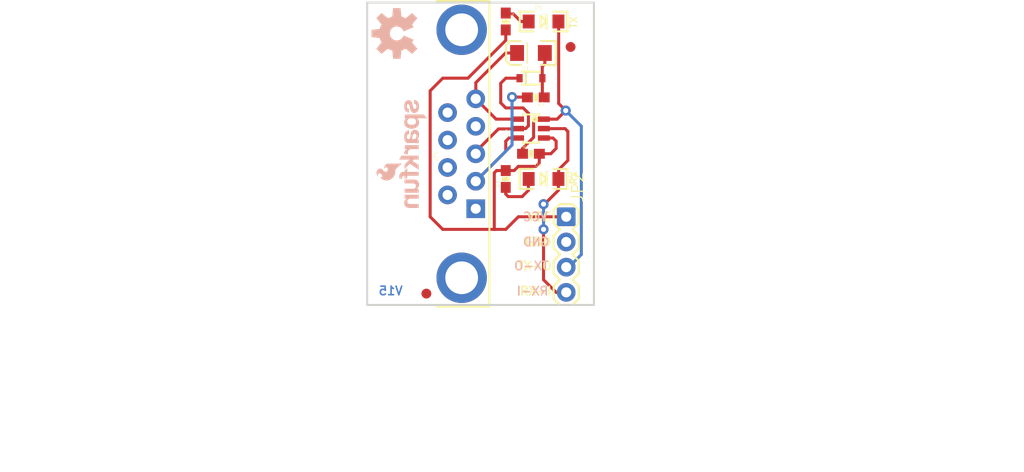
<source format=kicad_pcb>
(kicad_pcb (version 20211014) (generator pcbnew)
  (layers (0 "F.Cu" signal) (31 "B.Cu" signal) (34 "B.Paste" user) (35 "F.Paste" user) (36 "B.SilkS" user "B.Silkscreen") (37 "F.SilkS" user "F.Silkscreen") (38 "B.Mask" user) (39 "F.Mask" user) (44 "Edge.Cuts" user))
  (net 0 "")
  (net 1 "GND")
  (net 2 "VCC")
  (net 3 "N$1")
  (net 4 "N$2")
  (net 5 "RX")
  (net 6 "TX")
  (net 7 "N$4")
  (net 8 "RS-OUT")
  (net 9 "RS-IN")
  (footprint "boardEagle:LED-1206" (layer "F.Cu") (at 154.8511 91.6686)
    (fp_text reference "D5" (at -0.889 -1.397) (layer "F.SilkS") (effects (font (size 0.376489 0.376489) (thickness 0.029911)) (justify left)))
    (fp_text value "Grn")
    (fp_line (start -1 -1) (end -2.4 -1) (layer "F.SilkS") (width 0.2032))
    (fp_line (start -0.3 0.6) (end 0.3 0) (layer "F.SilkS") (width 0.2032))
    (fp_line (start -2.4 1) (end -1 1) (layer "F.SilkS") (width 0.2032))
    (fp_line (start -0.3 -0.6) (end -0.3 0.6) (layer "F.SilkS") (width 0.2032))
    (fp_line (start 1 -1) (end 2.4 -1) (layer "F.SilkS") (width 0.2032))
    (fp_line (start 0.3 0) (end -0.3 -0.6) (layer "F.SilkS") (width 0.2032))
    (fp_line (start -2.4 -1) (end -2.4 1) (layer "F.SilkS") (width 0.2032))
    (fp_line (start 2.4 1) (end 1 1) (layer "F.SilkS") (width 0.2032))
    (fp_line (start 0.3 0) (end 0.3 0.7) (layer "F.SilkS") (width 0.2032))
    (fp_line (start 2.4 -1) (end 2.4 1) (layer "F.SilkS") (width 0.2032))
    (fp_line (start 0.3 -0.7) (end 0.3 0) (layer "F.SilkS") (width 0.2032))
    (pad "A" smd rect (at -1.5 0) (size 1.2 1.4) (layers "F.Cu" "F.Paste" "F.Mask") (net 4 "N$2"))
    (pad "C" smd rect (at 1.5 0) (size 1.2 1.4) (layers "F.Cu" "F.Paste" "F.Mask") (net 6 "TX"))
  )
  (footprint "boardEagle:SOT23-6" (layer "F.Cu") (at 153.5811 102.4636 90)
    (fp_text reference "U2" (at -0.8255 -2.159 90) (layer "F.SilkS") (effects (font (size 0.373888 0.373888) (thickness 0.032512)) (justify left bottom)))
    (fp_text value "XN04312")
    (fp_line (start -1.4224 -0.8104) (end -1.3276 -0.8104) (layer "F.SilkS") (width 0.2032))
    (fp_line (start 1.3276 -0.8104) (end 1.4224 -0.8104) (layer "F.SilkS") (width 0.2032))
    (fp_line (start -1.3276 0.8104) (end -1.4224 0.8104) (layer "F.SilkS") (width 0.2032))
    (fp_line (start 1.4224 0.8104) (end 1.3276 0.8104) (layer "F.SilkS") (width 0.2032))
    (fp_line (start -1.4224 0.8104) (end -1.4224 -0.8104) (layer "F.SilkS") (width 0.2032))
    (fp_line (start 1.4224 -0.8104) (end 1.4224 0.8104) (layer "F.SilkS") (width 0.2032))
    (fp_circle (center 0.9398 0.381) (end 0.9757 0.381) (layer "F.SilkS") (width 0.3048) (fill none))
    (pad "1" smd rect (at 0.95 1.3001 90) (size 0.55 1.2) (layers "F.Cu" "F.Paste" "F.Mask") (net 6 "TX"))
    (pad "2" smd rect (at 0 1.3001 90) (size 0.55 1.2) (layers "F.Cu" "F.Paste" "F.Mask") (net 5 "RX"))
    (pad "3" smd rect (at -0.95 1.3001 90) (size 0.55 1.2) (layers "F.Cu" "F.Paste" "F.Mask") (net 2 "VCC"))
    (pad "4" smd rect (at -0.95 -1.3001 90) (size 0.55 1.2) (layers "F.Cu" "F.Paste" "F.Mask") (net 8 "RS-OUT"))
    (pad "5" smd rect (at 0 -1.3001 270) (size 0.55 1.2) (layers "F.Cu" "F.Paste" "F.Mask") (net 9 "RS-IN"))
    (pad "6" smd rect (at 0.95 -1.3001 90) (size 0.55 1.2) (layers "F.Cu" "F.Paste" "F.Mask") (net 1 "GND"))
  )
  (footprint "boardEagle:LED-1206" (layer "F.Cu") (at 154.8511 107.5436)
    (fp_text reference "D4" (at -0.889 -1.397) (layer "F.SilkS") (effects (font (size 0.376489 0.376489) (thickness 0.029911)) (justify left)))
    (fp_text value "Red")
    (fp_line (start 0.3 -0.7) (end 0.3 0) (layer "F.SilkS") (width 0.2032))
    (fp_line (start 2.4 1) (end 1 1) (layer "F.SilkS") (width 0.2032))
    (fp_line (start -1 -1) (end -2.4 -1) (layer "F.SilkS") (width 0.2032))
    (fp_line (start 1 -1) (end 2.4 -1) (layer "F.SilkS") (width 0.2032))
    (fp_line (start -2.4 1) (end -1 1) (layer "F.SilkS") (width 0.2032))
    (fp_line (start 2.4 -1) (end 2.4 1) (layer "F.SilkS") (width 0.2032))
    (fp_line (start 0.3 0) (end 0.3 0.7) (layer "F.SilkS") (width 0.2032))
    (fp_line (start -2.4 -1) (end -2.4 1) (layer "F.SilkS") (width 0.2032))
    (fp_line (start 0.3 0) (end -0.3 -0.6) (layer "F.SilkS") (width 0.2032))
    (fp_line (start -0.3 0.6) (end 0.3 0) (layer "F.SilkS") (width 0.2032))
    (fp_line (start -0.3 -0.6) (end -0.3 0.6) (layer "F.SilkS") (width 0.2032))
    (pad "A" smd rect (at -1.5 0) (size 1.2 1.4) (layers "F.Cu" "F.Paste" "F.Mask") (net 3 "N$1"))
    (pad "C" smd rect (at 1.5 0) (size 1.2 1.4) (layers "F.Cu" "F.Paste" "F.Mask") (net 5 "RX"))
  )
  (footprint "boardEagle:DB9" (layer "F.Cu") (at 146.5961 105.0036 90)
    (fp_text reference "JP1" (at -0.795 -2.62 90) (layer "F.SilkS") (effects (font (size 0.369824 0.369824) (thickness 0.036576)) (justify left)))
    (fp_text value "DB9")
    (fp_line (start -15.4 2.8) (end 15.4 2.8) (layer "F.SilkS") (width 0.2032))
    (fp_line (start 15.4 2.8) (end 15.4 -2.54) (layer "F.SilkS") (width 0.2032))
    (fp_line (start -15.4 2.8) (end -15.4 -2.54) (layer "F.SilkS") (width 0.2032))
    (pad "1" thru_hole rect (at -5.54 1.42 90) (size 1.8796 1.8796) (drill 1.016) (layers *.Cu *.Mask))
    (pad "2" thru_hole circle (at -2.77 1.42 90) (size 1.8796 1.8796) (drill 1.016) (layers *.Cu *.Mask) (net 8 "RS-OUT"))
    (pad "3" thru_hole circle (at 0 1.42 90) (size 1.8796 1.8796) (drill 1.016) (layers *.Cu *.Mask) (net 9 "RS-IN"))
    (pad "4" thru_hole circle (at 2.77 1.42 90) (size 1.8796 1.8796) (drill 1.016) (layers *.Cu *.Mask))
    (pad "5" thru_hole circle (at 5.54 1.42 90) (size 1.8796 1.8796) (drill 1.016) (layers *.Cu *.Mask) (net 1 "GND"))
    (pad "6" thru_hole circle (at -4.15 -1.42 90) (size 1.8796 1.8796) (drill 1.016) (layers *.Cu *.Mask))
    (pad "7" thru_hole circle (at -1.38 -1.42 90) (size 1.8796 1.8796) (drill 1.016) (layers *.Cu *.Mask))
    (pad "8" thru_hole circle (at 1.38 -1.42 90) (size 1.8796 1.8796) (drill 1.016) (layers *.Cu *.Mask))
    (pad "9" thru_hole circle (at 4.15 -1.42 90) (size 1.8796 1.8796) (drill 1.016) (layers *.Cu *.Mask))
    (pad "G1" thru_hole circle (at -12.5 0 90) (size 5.08 5.08) (drill 3.302) (layers *.Cu *.Mask))
    (pad "G2" thru_hole circle (at 12.5 0 90) (size 5.08 5.08) (drill 3.302) (layers *.Cu *.Mask))
  )
  (footprint "boardEagle:FIDUCIAL-1X2" (layer "F.Cu") (at 157.576518 94.236541)
    (fp_text reference "E$2" hide)
    (fp_text value "FIDUCIAL1X2" hide)
    (pad "1" smd roundrect (at 0 0) (size 1 1) (layers "F.Cu" "F.Mask") (roundrect_rratio 0.5))
  )
  (footprint "boardEagle:CREATIVE_COMMONS" (layer "F.Cu") (at 120.378044 134.2136)
    (fp_text reference "FRAME1" hide)
    (fp_text value "" hide)
  )
  (footprint "boardEagle:1X04" (layer "F.Cu") (at 157.1371 111.3536 -90)
    (fp_text reference "JP2" (at -1.3462 -1.8288 -90) (layer "F.SilkS") (effects (font (size 1.143 1.143) (thickness 0.127)) (justify left bottom)))
    (fp_text value "")
    (fp_line (start 0.635 -1.27) (end 1.27 -0.635) (layer "F.SilkS") (width 0.2032))
    (fp_line (start 1.905 -1.27) (end 3.175 -1.27) (layer "F.SilkS") (width 0.2032))
    (fp_line (start 0.635 1.27) (end -0.635 1.27) (layer "F.SilkS") (width 0.2032))
    (fp_line (start 6.35 0.635) (end 6.985 1.27) (layer "F.SilkS") (width 0.2032))
    (fp_line (start 6.985 -1.27) (end 6.35 -0.635) (layer "F.SilkS") (width 0.2032))
    (fp_line (start -0.635 -1.27) (end -1.27 -0.635) (layer "F.SilkS") (width 0.2032))
    (fp_line (start -0.635 -1.27) (end 0.635 -1.27) (layer "F.SilkS") (width 0.2032))
    (fp_line (start 1.27 0.635) (end 0.635 1.27) (layer "F.SilkS") (width 0.2032))
    (fp_line (start 1.27 -0.635) (end 1.905 -1.27) (layer "F.SilkS") (width 0.2032))
    (fp_line (start 6.985 -1.27) (end 8.255 -1.27) (layer "F.SilkS") (width 0.2032))
    (fp_line (start 3.175 -1.27) (end 3.81 -0.635) (layer "F.SilkS") (width 0.2032))
    (fp_line (start 6.35 0.635) (end 5.715 1.27) (layer "F.SilkS") (width 0.2032))
    (fp_line (start 8.255 -1.27) (end 8.89 -0.635) (layer "F.SilkS") (width 0.2032))
    (fp_line (start 1.905 1.27) (end 1.27 0.635) (layer "F.SilkS") (width 0.2032))
    (fp_line (start 3.81 -0.635) (end 4.445 -1.27) (layer "F.SilkS") (width 0.2032))
    (fp_line (start 8.255 1.27) (end 6.985 1.27) (layer "F.SilkS") (width 0.2032))
    (fp_line (start 8.89 -0.635) (end 8.89 0.635) (layer "F.SilkS") (width 0.2032))
    (fp_line (start 4.445 -1.27) (end 5.715 -1.27) (layer "F.SilkS") (width 0.2032))
    (fp_line (start 3.175 1.27) (end 1.905 1.27) (layer "F.SilkS") (width 0.2032))
    (fp_line (start 5.715 1.27) (end 4.445 1.27) (layer "F.SilkS") (width 0.2032))
    (fp_line (start -1.27 0.635) (end -0.635 1.27) (layer "F.SilkS") (width 0.2032))
    (fp_line (start 8.89 0.635) (end 8.255 1.27) (layer "F.SilkS") (width 0.2032))
    (fp_line (start 4.445 1.27) (end 3.81 0.635) (layer "F.SilkS") (width 0.2032))
    (fp_line (start -1.27 -0.635) (end -1.27 0.635) (layer "F.SilkS") (width 0.2032))
    (fp_line (start 5.715 -1.27) (end 6.35 -0.635) (layer "F.SilkS") (width 0.2032))
    (fp_line (start 3.81 0.635) (end 3.175 1.27) (layer "F.SilkS") (width 0.2032))
    (pad "1" thru_hole rect (at 0 0) (size 1.8796 1.8796) (drill 1.016) (layers *.Cu *.Mask) (net 2 "VCC"))
    (pad "2" thru_hole circle (at 2.54 0) (size 1.8796 1.8796) (drill 1.016) (layers *.Cu *.Mask) (net 1 "GND"))
    (pad "3" thru_hole circle (at 5.08 0) (size 1.8796 1.8796) (drill 1.016) (layers *.Cu *.Mask) (net 6 "TX"))
    (pad "4" thru_hole circle (at 7.62 0) (size 1.8796 1.8796) (drill 1.016) (layers *.Cu *.Mask) (net 5 "RX"))
  )
  (footprint "boardEagle:0603-RES" (layer "F.Cu") (at 151.0411 107.5436 90)
    (fp_text reference "R3" (at -0.889 -0.6985 90) (layer "F.SilkS") (effects (font (size 0.376489 0.376489) (thickness 0.029911)) (justify left)))
    (fp_text value "330")
    (fp_poly (pts (xy -0.2286 0.381) (xy 0.2286 0.381) (xy 0.2286 -0.381) (xy -0.2286 -0.381)) (layer "F.SilkS") (width 0) (fill solid))
    (pad "1" smd rect (at -0.85 0 90) (size 1.1 1) (layers "F.Cu" "F.Paste" "F.Mask") (net 3 "N$1"))
    (pad "2" smd rect (at 0.85 0 90) (size 1.1 1) (layers "F.Cu" "F.Paste" "F.Mask") (net 2 "VCC"))
  )
  (footprint "boardEagle:EIA3216" (layer "F.Cu") (at 153.5811 94.8436 180)
    (fp_text reference "C4" (at -2.54 -1.381) (layer "F.SilkS") (effects (font (size 0.376489 0.376489) (thickness 0.029911)) (justify right)))
    (fp_text value "10uF")
    (fp_line (start -1 1.2) (end -2.5 1.2) (layer "F.SilkS") (width 0.2032))
    (fp_line (start 2.1 1.2) (end 2.5 0.8) (layer "F.SilkS") (width 0.2032))
    (fp_line (start -2.5 1.2) (end -2.5 -1.2) (layer "F.SilkS") (width 0.2032))
    (fp_line (start 1 1.2) (end 2.1 1.2) (layer "F.SilkS") (width 0.2032))
    (fp_line (start 2.5 -0.8) (end 2.1 -1.2) (layer "F.SilkS") (width 0.2032))
    (fp_line (start 0.381 -1.016) (end 0.381 1.016) (layer "F.SilkS") (width 0.127))
    (fp_line (start -2.5 -1.2) (end -1 -1.2) (layer "F.SilkS") (width 0.2032))
    (fp_line (start 2.5 0.8) (end 2.5 -0.8) (layer "F.SilkS") (width 0.2032))
    (fp_line (start 2.1 -1.2) (end 1 -1.2) (layer "F.SilkS") (width 0.2032))
    (pad "A" smd rect (at 1.4 0 270) (size 1.6 1.4) (layers "F.Cu" "F.Paste" "F.Mask") (net 1 "GND"))
    (pad "C" smd rect (at -1.4 0 270) (size 1.6 1.4) (layers "F.Cu" "F.Paste" "F.Mask") (net 7 "N$4"))
  )
  (footprint "boardEagle:0603-RES" (layer "F.Cu") (at 153.5811 105.0036)
    (fp_text reference "R1" (at -0.889 -0.6985) (layer "F.SilkS") (effects (font (size 0.376489 0.376489) (thickness 0.029911)) (justify left)))
    (fp_text value "10K")
    (fp_poly (pts (xy -0.2286 0.381) (xy 0.2286 0.381) (xy 0.2286 -0.381) (xy -0.2286 -0.381)) (layer "F.SilkS") (width 0) (fill solid))
    (pad "1" smd rect (at -0.85 0) (size 1.1 1) (layers "F.Cu" "F.Paste" "F.Mask") (net 6 "TX"))
    (pad "2" smd rect (at 0.85 0) (size 1.1 1) (layers "F.Cu" "F.Paste" "F.Mask") (net 2 "VCC"))
  )
  (footprint "boardEagle:0603-RES" (layer "F.Cu") (at 151.0411 91.6686 -90)
    (fp_text reference "R4" (at -0.889 -0.6985 90) (layer "F.SilkS") (effects (font (size 0.376489 0.376489) (thickness 0.029911)) (justify right)))
    (fp_text value "330")
    (fp_poly (pts (xy -0.2286 0.381) (xy 0.2286 0.381) (xy 0.2286 -0.381) (xy -0.2286 -0.381)) (layer "F.SilkS") (width 0) (fill solid))
    (pad "1" smd rect (at -0.85 0 270) (size 1.1 1) (layers "F.Cu" "F.Paste" "F.Mask") (net 4 "N$2"))
    (pad "2" smd rect (at 0.85 0 270) (size 1.1 1) (layers "F.Cu" "F.Paste" "F.Mask") (net 2 "VCC"))
  )
  (footprint "boardEagle:0603-RES" (layer "F.Cu") (at 154.068781 99.319082 180)
    (fp_text reference "R2" (at -0.889 -0.6985) (layer "F.SilkS") (effects (font (size 0.376489 0.376489) (thickness 0.029911)) (justify right)))
    (fp_text value "10K")
    (fp_poly (pts (xy -0.2286 0.381) (xy 0.2286 0.381) (xy 0.2286 -0.381) (xy -0.2286 -0.381)) (layer "F.SilkS") (width 0) (fill solid))
    (pad "1" smd rect (at -0.85 0 180) (size 1.1 1) (layers "F.Cu" "F.Paste" "F.Mask") (net 7 "N$4"))
    (pad "2" smd rect (at 0.85 0 180) (size 1.1 1) (layers "F.Cu" "F.Paste" "F.Mask") (net 8 "RS-OUT"))
  )
  (footprint "boardEagle:SOD-323" (layer "F.Cu") (at 153.5811 97.3836)
    (fp_text reference "D1" (at -0.889 -1.016) (layer "F.SilkS") (effects (font (size 0.376489 0.376489) (thickness 0.029911)) (justify left)))
    (fp_text value "BAS16")
    (fp_line (start -0.9 -0.65) (end -0.5 -0.65) (layer "F.SilkS") (width 0.2032))
    (fp_line (start -0.5 -0.65) (end -0.5 0.65) (layer "F.SilkS") (width 0.2032))
    (fp_line (start -0.5 0.65) (end 0.9 0.65) (layer "F.SilkS") (width 0.2032))
    (fp_line (start -0.5 -0.65) (end 0.9 -0.65) (layer "F.SilkS") (width 0.2032))
    (fp_line (start -0.9 0.65) (end -0.5 0.65) (layer "F.SilkS") (width 0.2032))
    (pad "A" smd rect (at 1.15 0) (size 0.63 0.83) (layers "F.Cu" "F.Paste" "F.Mask") (net 7 "N$4"))
    (pad "C" smd rect (at -1.15 0) (size 0.63 0.83) (layers "F.Cu" "F.Paste" "F.Mask") (net 9 "RS-IN"))
  )
  (footprint "boardEagle:FIDUCIAL-1X2" (layer "F.Cu") (at 143.0401 119.1006)
    (fp_text reference "E$1" hide)
    (fp_text value "FIDUCIAL1X2" hide)
    (pad "1" smd roundrect (at 0 0) (size 1 1) (layers "F.Cu" "F.Mask") (roundrect_rratio 0.5))
  )
  (footprint "boardEagle:SFE_LOGO_NAME_FLAME_.1" (layer "B.Cu") (at 143.202659 99.136207 -90)
    (fp_text reference "LOGO1" hide)
    (fp_text value "SFE_LOGO_NAME_FLAME.1_INCH" hide)
    (fp_poly (pts (xy 4.320496 2.385) (xy 4.380495 2.385) (xy 4.431431 2.374813) (xy 4.481428 2.354814) (xy 4.531431 2.344813) (xy 4.582471 2.324397) (xy 4.623 2.294) (xy 4.663 2.264) (xy 4.703571 2.233571) (xy 4.734271 2.192639) (xy 4.754565 2.15205) (xy 4.774813 2.101431) (xy 4.785 2.050495) (xy 4.785 1.18118) (xy 4.795 1.16118) (xy 4.795 1.07118) (xy 4.805 1.05118) (xy 4.805 1.03118) (xy 4.815 1.01118) (xy 4.815 0.98118) (xy 4.824108 0.962964) (xy 4.835 0.952071) (xy 4.835 0.935) (xy 4.435 0.935) (xy 4.435 0.947928) (xy 4.425 0.957929) (xy 4.425 0.967928) (xy 4.415 0.977929) (xy 4.415 1.007928) (xy 4.405 1.017929) (xy 4.405 1.063486) (xy 4.393606 1.046394) (xy 4.363188 1.026116) (xy 4.343185 1.006114) (xy 4.312216 0.985468) (xy 4.282218 0.975469) (xy 4.252216 0.955468) (xy 4.221581 0.945257) (xy 4.161581 0.925257) (xy 4.130811 0.915) (xy 4.10081 0.915) (xy 4.070811 0.905) (xy 4.03081 0.905) (xy 4.000811 0.895) (xy 3.889505 0.895) (xy 3.839504 0.905) (xy 3.789384 0.905) (xy 3.748458 0.915232) (xy 3.69795 0.935435) (xy 3.657486 0.955667) (xy 3.627484 0.975668) (xy 3.587038 0.995891) (xy 3.556114 1.026815) (xy 3.535916 1.057112) (xy 3.505917 1.097111) (xy 3.485291 1.12805) (xy 3.475228 1.178364) (xy 3.455 1.21882) (xy 3.455 1.269504) (xy 3.44491 1.319955) (xy 3.465144 1.431244) (xy 3.495413 1.522051) (xy 3.536088 1.593233) (xy 3.607107 1.654105) (xy 3.677868 1.694541) (xy 3.758511 1.724782) (xy 3.839114 1.744932) (xy 3.933295 1.755397) (xy 4.016529 1.536906) (xy 3.98192 1.52537) (xy 3.962964 1.515892) (xy 3.952962 1.505891) (xy 3.912964 1.485892) (xy 3.902962 1.475891) (xy 3.883727 1.466273) (xy 3.855 1.40882) (xy 3.855 1.38882) (xy 3.845 1.36882) (xy 3.845 1.32081) (xy 3.855 1.290811) (xy 3.855 1.27118) (xy 3.864108 1.252964) (xy 3.874109 1.242962) (xy 3.883727 1.223727) (xy 3.902962 1.214109) (xy 3.912964 1.204108) (xy 3.95118 1.185) (xy 3.97118 1.185) (xy 3.99118 1.175) (xy 4.01118 1.175) (xy 4.03118 1.165) (xy 4.079504 1.165) (xy 4.129505 1.175) (xy 4.17882 1.175) (xy 4.218255 1.194718) (xy 4.257948 1.204641) (xy 4.286812 1.223884) (xy 4.306116 1.243188) (xy 4.326114 1.273185) (xy 4.345631 1.292703) (xy 4.355257 1.321581) (xy 4.365369 1.351918) (xy 4.37537 1.37192) (xy 4.385 1.40081) (xy 4.385 1.617928) (xy 4.383536 1.616464) (xy 4.372071 1.605) (xy 4.35118 1.605) (xy 4.31118 1.585) (xy 4.29118 1.585) (xy 4.27118 1.575) (xy 4.226096 1.575) (xy 4.173976 1.783479) (xy 4.248542 1.804784) (xy 4.307899 1.82457) (xy 4.356587 1.853782) (xy 4.385 1.891667) (xy 4.385 1.99882) (xy 4.355892 2.057036) (xy 4.345891 2.067038) (xy 4.336273 2.086273) (xy 4.27882 2.115) (xy 4.25882 2.115) (xy 4.23882 2.125) (xy 4.06118 2.125) (xy 3.962964 2.075892) (xy 3.924108 2.037036) (xy 3.91463 2.01808) (xy 3.904631 1.988082) (xy 3.895 1.96882) (xy 3.895 1.915) (xy 3.494098 1.915) (xy 3.505068 1.980822) (xy 3.515133 2.041209) (xy 3.535513 2.102351) (xy 3.565849 2.142799) (xy 3.595845 2.192794) (xy 3.626429 2.233571) (xy 3.667206 2.264155) (xy 3.717428 2.294287) (xy 3.767771 2.324494) (xy 3.818569 2.344813) (xy 3.868719 2.354843) (xy 3.928791 2.374867) (xy 3.989094 2.384918) (xy 4.039505 2.395) (xy 4.270495 2.395)) (layer "B.SilkS") (width 0) (fill solid))
    (fp_poly (pts (xy 10.950844 2.384952) (xy 11.061899 2.354665) (xy 11.15304 2.304031) (xy 11.223938 2.233133) (xy 11.274596 2.15208) (xy 11.304869 2.051169) (xy 11.324965 1.940641) (xy 11.335 1.810192) (xy 11.335 0.935) (xy 10.935 0.935) (xy 10.935 1.739692) (xy 10.92505 1.819293) (xy 10.915057 1.889244) (xy 10.905224 1.948243) (xy 10.875849 1.997201) (xy 10.846587 2.036218) (xy 10.798173 2.065266) (xy 10.749094 2.075082) (xy 10.689895 2.084948) (xy 10.610732 2.075053) (xy 10.551757 2.065224) (xy 10.503343 2.036175) (xy 10.464114 1.987139) (xy 10.434466 1.937726) (xy 10.404887 1.868709) (xy 10.395 1.779727) (xy 10.395 0.935) (xy 9.995 0.935) (xy 9.995 2.365) (xy 10.375 2.365) (xy 10.375 2.165) (xy 10.377324 2.165) (xy 10.416114 2.223185) (xy 10.45666 2.263731) (xy 10.507046 2.30404) (xy 10.567784 2.344532) (xy 10.628419 2.364743) (xy 10.688791 2.384867) (xy 10.749586 2.395) (xy 10.810178 2.395)) (layer "B.SilkS") (width 0) (fill solid))
    (fp_poly (pts (xy 8.375 2.88309) (xy 8.375 2.595) (xy 8.200617 2.595) (xy 8.161743 2.585282) (xy 8.123424 2.566122) (xy 8.104332 2.537484) (xy 8.095 2.51882) (xy 8.095 2.479384) (xy 8.085 2.439383) (xy 8.085 2.365) (xy 8.355 2.365) (xy 8.355 2.095) (xy 8.085 2.095) (xy 8.085 0.935) (xy 7.695 0.935) (xy 7.695 2.095) (xy 7.295 2.095) (xy 7.346712 2.133784) (xy 7.476464 2.263536) (xy 7.506716 2.293787) (xy 7.546429 2.323571) (xy 7.5775 2.365) (xy 7.695 2.365) (xy 7.695 2.560907) (xy 7.725359 2.641864) (xy 7.755692 2.71264) (xy 7.806571 2.773695) (xy 7.877413 2.824297) (xy 7.95815 2.864665) (xy 8.059266 2.895) (xy 8.35118 2.895)) (layer "B.SilkS") (width 0) (fill solid))
    (fp_poly (pts (xy 4.235823 1.577322) (xy 4.21118 1.565) (xy 4.19081 1.565) (xy 4.160811 1.555) (xy 4.12081 1.555) (xy 4.090811 1.545) (xy 4.05118 1.545) (xy 4.03118 1.535) (xy 4.006554 1.535) (xy 3.923028 1.754256) (xy 4.019448 1.764969) (xy 4.109349 1.774958) (xy 4.183757 1.785587)) (layer "B.SilkS") (width 0) (fill solid))
    (fp_poly (pts (xy 1.311169 2.374869) (xy 1.411741 2.344698) (xy 1.502548 2.304339) (xy 1.583571 2.243571) (xy 1.644271 2.162639) (xy 1.694808 2.061564) (xy 1.715902 1.935) (xy 1.335901 1.935) (xy 1.325186 1.988572) (xy 1.305552 2.037658) (xy 1.286394 2.066394) (xy 1.257484 2.085668) (xy 1.217948 2.105436) (xy 1.169038 2.125) (xy 1.00081 2.125) (xy 0.971399 2.115196) (xy 0.931389 2.105193) (xy 0.903209 2.0958) (xy 0.865 2.038486) (xy 0.865 2.000617) (xy 0.874606 1.962192) (xy 0.903571 1.923571) (xy 0.94264 1.89427) (xy 1.00192 1.86463) (xy 1.061111 1.8449) (xy 1.14092 1.834924) (xy 1.221213 1.814851) (xy 1.381157 1.774865) (xy 1.471824 1.754717) (xy 1.542481 1.714341) (xy 1.612863 1.674123) (xy 1.673758 1.623377) (xy 1.714415 1.562392) (xy 1.744888 1.491289) (xy 1.755043 1.399894) (xy 1.734867 1.268754) (xy 1.694445 1.157594) (xy 1.633686 1.076582) (xy 1.55281 1.005815) (xy 1.451793 0.955306) (xy 1.341072 0.92511) (xy 1.22062 0.905034) (xy 1.1 0.894983) (xy 0.97938 0.905034) (xy 0.858928 0.92511) (xy 0.748207 0.955306) (xy 0.64719 1.005815) (xy 0.566347 1.076552) (xy 0.49562 1.167488) (xy 0.455145 1.268674) (xy 0.434172 1.405) (xy 0.815 1.405) (xy 0.815 1.340962) (xy 0.834396 1.292472) (xy 0.863571 1.253571) (xy 0.942025 1.194732) (xy 1.000902 1.184919) (xy 1.050906 1.174918) (xy 1.109795 1.165103) (xy 1.149384 1.175) (xy 1.189383 1.175) (xy 1.228257 1.184719) (xy 1.26736 1.20427) (xy 1.306712 1.233784) (xy 1.335485 1.262557) (xy 1.354846 1.34) (xy 1.345282 1.378257) (xy 1.326056 1.416708) (xy 1.287201 1.445849) (xy 1.237899 1.47543) (xy 1.178611 1.495193) (xy 1.018899 1.535121) (xy 0.918967 1.555108) (xy 0.828573 1.575195) (xy 0.748136 1.605359) (xy 0.677768 1.635517) (xy 0.60737 1.675744) (xy 0.546394 1.716394) (xy 0.505585 1.777608) (xy 0.475112 1.848711) (xy 0.464977 1.939931) (xy 0.475079 2.061162) (xy 0.515675 2.16265) (xy 0.586473 2.243563) (xy 0.657213 2.304197) (xy 0.758363 2.354772) (xy 0.859062 2.374912) (xy 0.969549 2.395) (xy 1.200451 2.395)) (layer "B.SilkS") (width 0) (fill solid))
    (fp_poly (pts (xy 6.455 1.862421) (xy 6.93787 2.365) (xy 7.412236 2.365) (xy 6.876433 1.839307) (xy 7.469256 0.935) (xy 6.987215 0.935) (xy 6.598957 1.562187) (xy 6.455 1.427827) (xy 6.455 0.935) (xy 6.055 0.935) (xy 6.055 2.682986) (xy 6.455 2.898371)) (layer "B.SilkS") (width 0) (fill solid))
    (fp_poly (pts (xy 2.851027 2.384943) (xy 2.992211 2.33452) (xy 3.10326 2.263852) (xy 3.193995 2.163035) (xy 3.26458 2.052115) (xy 3.304843 1.921261) (xy 3.334965 1.780694) (xy 3.345354 1.624861) (xy 2.945 1.635127) (xy 2.945 1.729692) (xy 2.935113 1.808792) (xy 2.905358 1.888137) (xy 2.875691 1.957361) (xy 2.826623 2.016242) (xy 2.76761 2.055584) (xy 2.698709 2.085113) (xy 2.610035 2.094966) (xy 2.531208 2.085112) (xy 2.452499 2.055596) (xy 2.40352 2.016413) (xy 2.354309 1.957361) (xy 2.324642 1.888137) (xy 2.294888 1.808792) (xy 2.285 1.729692) (xy 2.285 1.560617) (xy 2.324754 1.401602) (xy 2.354216 1.332856) (xy 2.403381 1.283691) (xy 2.462388 1.234518) (xy 2.530975 1.214922) (xy 2.619965 1.205034) (xy 2.699074 1.214923) (xy 2.777678 1.234574) (xy 2.836413 1.28352) (xy 2.87567 1.33259) (xy 2.907444 1.406729) (xy 3.256931 1.242265) (xy 3.194045 1.126974) (xy 3.103258 1.036187) (xy 2.992315 0.955501) (xy 2.871131 0.915107) (xy 2.719918 0.894945) (xy 2.659178 0.905068) (xy 2.599178 0.915068) (xy 2.538436 0.925192) (xy 2.477592 0.955614) (xy 2.427428 0.985713) (xy 2.376657 1.016175) (xy 2.336096 1.066877) (xy 2.297598 1.115) (xy 2.295 1.115) (xy 2.295 0.087929) (xy 2.246464 0.136464) (xy 2.196652 0.186276) (xy 2.096877 0.266096) (xy 2.04666 0.306269) (xy 1.996464 0.356464) (xy 1.956652 0.396276) (xy 1.905 0.437597) (xy 1.905 2.293904) (xy 1.948903 2.30488) (xy 1.999505 2.315) (xy 2.049383 2.315) (xy 2.088903 2.32488) (xy 2.138899 2.334879) (xy 2.178903 2.34488) (xy 2.229019 2.354903) (xy 2.285 2.366099) (xy 2.285 2.194253) (xy 2.316269 2.23334) (xy 2.35666 2.273731) (xy 2.407139 2.314114) (xy 2.457428 2.344287) (xy 2.508242 2.374776) (xy 2.629586 2.395) (xy 2.700166 2.395)) (layer "B.SilkS") (width 0) (fill solid))
    (fp_poly (pts (xy 7.951669 5.164714) (xy 8.032001 5.134589) (xy 8.092639 5.104271) (xy 8.133284 5.073787) (xy 8.152071 5.055) (xy 8.109189 5.055) (xy 8.07919 5.065) (xy 8.050617 5.065) (xy 8.011097 5.05512) (xy 7.961636 5.045228) (xy 7.92264 5.02573) (xy 7.883685 4.996514) (xy 7.864531 4.967782) (xy 7.854631 4.938082) (xy 7.84463 4.91808) (xy 7.83527 4.89) (xy 7.844804 4.861399) (xy 7.854641 4.822052) (xy 7.874333 4.792514) (xy 7.894108 4.752964) (xy 7.923188 4.723884) (xy 7.952889 4.704083) (xy 7.992888 4.674084) (xy 8.022516 4.654332) (xy 8.10118 4.615) (xy 8.16919 4.615) (xy 8.197782 4.624531) (xy 8.2258 4.643209) (xy 8.245 4.70081) (xy 8.245 4.78809) (xy 8.333097 4.744042) (xy 8.414068 4.65295) (xy 8.484553 4.532119) (xy 8.534842 4.39131) (xy 8.565026 4.230327) (xy 8.554962 4.049183) (xy 8.504659 3.86809) (xy 8.404184 3.687235) (xy 8.333756 3.596685) (xy 8.253418 3.516347) (xy 8.172956 3.445943) (xy 8.072229 3.385506) (xy 7.971591 3.345251) (xy 7.861072 3.31511) (xy 7.740414 3.295) (xy 7.550414 3.295) (xy 7.491757 3.285224) (xy 7.442861 3.255886) (xy 7.34352 3.176413) (xy 7.293696 3.116625) (xy 7.233536 3.056464) (xy 7.163826 2.986754) (xy 7.113828 2.916757) (xy 7.053691 2.856619) (xy 7.003696 2.796625) (xy 6.953784 2.746712) (xy 6.923787 2.706716) (xy 6.893884 2.676812) (xy 6.872676 2.645) (xy 6.855 2.645) (xy 6.855 3.930277) (xy 6.865031 4.020552) (xy 6.875089 4.111079) (xy 6.895369 4.171918) (xy 6.925614 4.232408) (xy 6.956356 4.283644) (xy 7.007201 4.314151) (xy 7.047529 4.344397) (xy 7.098143 4.364642) (xy 7.148645 4.384843) (xy 7.209586 4.395) (xy 7.290616 4.395) (xy 7.330617 4.385) (xy 7.35118 4.385) (xy 7.378441 4.37137) (xy 7.362962 4.355891) (xy 7.321918 4.335369) (xy 7.292703 4.325631) (xy 7.253884 4.286812) (xy 7.234531 4.257782) (xy 7.225 4.22919) (xy 7.225 4.20081) (xy 7.23463 4.17192) (xy 7.254108 4.132964) (xy 7.283188 4.103884) (xy 7.312342 4.084448) (xy 7.361428 4.064814) (xy 7.410496 4.055) (xy 7.489383 4.055) (xy 7.567948 4.074641) (xy 7.626582 4.113731) (xy 7.665539 4.162427) (xy 7.685 4.22081) (xy 7.685 4.288973) (xy 7.655716 4.357303) (xy 7.586237 4.436707) (xy 7.50625 4.526693) (xy 7.435887 4.607107) (xy 7.385277 4.698207) (xy 7.365 4.789451) (xy 7.365 4.870811) (xy 7.395494 4.962294) (xy 7.446258 5.033364) (xy 7.537105 5.114116) (xy 7.648313 5.174775) (xy 7.759549 5.195) (xy 7.860811 5.195)) (layer "B.SilkS") (width 0) (fill solid))
    (fp_poly (pts (xy 8.855 1.560308) (xy 8.874947 1.400732) (xy 8.884732 1.342025) (xy 8.943413 1.263782) (xy 8.991828 1.234734) (xy 9.040906 1.224918) (xy 9.100105 1.215052) (xy 9.179268 1.224947) (xy 9.238243 1.234776) (xy 9.286896 1.263967) (xy 9.325892 1.302964) (xy 9.355458 1.362096) (xy 9.385127 1.431324) (xy 9.395 1.510308) (xy 9.395 2.365) (xy 9.795 2.365) (xy 9.795 0.935) (xy 9.415 0.935) (xy 9.415 1.135) (xy 9.412676 1.135) (xy 9.37404 1.077046) (xy 9.333557 1.026443) (xy 9.28271 0.985765) (xy 9.22205 0.955435) (xy 9.171721 0.935303) (xy 9.111153 0.915114) (xy 9.040756 0.905057) (xy 8.980236 0.89497) (xy 8.838947 0.905062) (xy 8.727919 0.945437) (xy 8.63713 0.995875) (xy 8.566065 1.056788) (xy 8.515366 1.148045) (xy 8.485131 1.248831) (xy 8.465 1.359549) (xy 8.465 2.365) (xy 8.855 2.365)) (layer "B.SilkS") (width 0) (fill solid))
    (fp_poly (pts (xy 5.902072 2.385) (xy 5.915 2.385) (xy 5.915 2.015) (xy 5.89882 2.015) (xy 5.87882 2.025) (xy 5.770248 2.025) (xy 5.670863 2.015062) (xy 5.591881 1.995316) (xy 5.523264 1.956106) (xy 5.474123 1.897137) (xy 5.434642 1.828046) (xy 5.414848 1.758764) (xy 5.395 1.669451) (xy 5.395 0.935) (xy 4.995 0.935) (xy 4.995 2.294099) (xy 5.048899 2.304879) (xy 5.089384 2.315) (xy 5.139504 2.315) (xy 5.188899 2.324879) (xy 5.228903 2.33488) (xy 5.279019 2.344903) (xy 5.328899 2.354879) (xy 5.375 2.366404) (xy 5.375 2.108828) (xy 5.405852 2.162819) (xy 5.446127 2.213163) (xy 5.496482 2.273589) (xy 5.547181 2.314148) (xy 5.617949 2.354587) (xy 5.678522 2.374778) (xy 5.7493 2.395) (xy 5.892071 2.395)) (layer "B.SilkS") (width 0) (fill solid))
    (fp_poly (pts (xy 3.34536 1.634864) (xy 3.33496 1.489255) (xy 3.304777 1.358466) (xy 3.252604 1.233249) (xy 2.9037 1.397439) (xy 2.935112 1.481208) (xy 2.945 1.560308) (xy 2.945 1.64513)) (layer "B.SilkS") (width 0) (fill solid))
  )
  (footprint "boardEagle:OSHW-LOGO-M" (layer "B.Cu") (at 140.060681 92.8751 -90)
    (fp_text reference "LOGO2" hide)
    (fp_text value "OSHW-LOGOM" hide)
    (fp_poly (pts (xy 0.456253 1.731155) (xy 0.686517 1.657461) (xy 0.90147 1.546765) (xy 1.544319 2.070947) (xy 2.070947 1.544319) (xy 1.546765 0.90147) (xy 1.657461 0.686517) (xy 1.731155 0.456253) (xy 2.5564 0.372471) (xy 2.5564 -0.372471) (xy 1.726849 -0.456691) (xy 1.54403 -0.898116) (xy 2.070947 -1.544319) (xy 1.544319 -2.070947) (xy 0.901485 -1.546777) (xy 0.619704 -1.692011) (xy 0.20689 -0.695413) (xy 0.531536 -0.463602) (xy 0.620727 -0.335903) (xy 0.680465 -0.187343) (xy 0.705181 -0.029147) (xy 0.693603 0.130552) (xy 0.646327 0.283537) (xy 0.56579 0.421919) (xy 0.456131 0.538592) (xy 0.322994 0.627547) (xy 0.173234 0.684204) (xy 0.014564 0.705647) (xy -0.144865 0.690774) (xy -0.296837 0.64035) (xy -0.433527 0.556972) (xy -0.547914 0.444923) (xy -0.634099 0.309982) (xy -0.68765 0.159084) (xy -0.705283 0.004638) (xy -0.626355 -0.324166) (xy -0.536691 -0.458355) (xy -0.414859 -0.570967) (xy -0.204203 -0.688924) (xy -0.618435 -1.688948) (xy -0.821394 -1.594769) (xy -0.90323 -1.5482) (xy -1.544319 -2.070947) (xy -2.070947 -1.544319) (xy -1.54403 -0.898116) (xy -1.726849 -0.456691) (xy -2.5564 -0.372471) (xy -2.5564 0.372471) (xy -1.726849 0.456691) (xy -1.54403 0.898116) (xy -2.070947 1.544319) (xy -1.544319 2.070947) (xy -0.90147 1.546765) (xy -0.686517 1.657461) (xy -0.456253 1.731155) (xy -0.372471 2.5564) (xy 0.372471 2.5564)) (layer "B.SilkS") (width 0) (fill solid))
  )
  (gr_line (start 137.0711 120.2436) (end 159.9311 120.2436) (layer "Edge.Cuts") (width 0.2032))
  (gr_line (start 159.9311 120.2436) (end 159.9311 89.7636) (layer "Edge.Cuts") (width 0.2032))
  (gr_line (start 137.0711 89.7636) (end 137.0711 120.2436) (layer "Edge.Cuts") (width 0.2032))
  (gr_line (start 159.9311 89.7636) (end 137.0711 89.7636) (layer "Edge.Cuts") (width 0.2032))
  (gr_text "V15" (at 140.7331 119.3226) (layer "B.Cu") (effects (font (size 0.8636 0.8636) (thickness 0.1524)) (justify left bottom mirror)))
  (gr_text "RX-I" (at 152.0571 118.3386) (layer "B.SilkS") (effects (font (size 0.8636 0.8636) (thickness 0.1524)) (justify right top mirror)))
  (gr_text "GND" (at 152.6921 113.3856) (layer "B.SilkS") (effects (font (size 0.8636 0.8636) (thickness 0.1524)) (justify right top mirror)))
  (gr_text "VCC" (at 152.6921 110.8456) (layer "B.SilkS") (effects (font (size 0.8636 0.8636) (thickness 0.1524)) (justify right top mirror)))
  (gr_text "TX-O" (at 151.8031 115.7986) (layer "B.SilkS") (effects (font (size 0.8636 0.8636) (thickness 0.1524)) (justify right top mirror)))
  (gr_text "RX" (at 158.2801 108.1786 90) (layer "F.SilkS") (effects (font (size 0.69088 0.69088) (thickness 0.12192)) (justify left bottom)))
  (gr_text "TX" (at 158.2801 92.4306 90) (layer "F.SilkS") (effects (font (size 0.69088 0.69088) (thickness 0.12192)) (justify left bottom)))
  (gr_text "VCC" (at 155.7401 110.8456) (layer "F.SilkS") (effects (font (size 0.8636 0.8636) (thickness 0.1524)) (justify right top)))
  (gr_text "RX-I" (at 155.7401 118.3386) (layer "F.SilkS") (effects (font (size 0.8636 0.8636) (thickness 0.1524)) (justify right top)))
  (gr_text "GND" (at 155.7401 113.3856) (layer "F.SilkS") (effects (font (size 0.8636 0.8636) (thickness 0.1524)) (justify right top)))
  (gr_text "TX-O" (at 155.7401 115.7986) (layer "F.SilkS") (effects (font (size 0.8636 0.8636) (thickness 0.1524)) (justify right top)))
  (segment (start 148.0161 99.4386) (end 148.0161 99.4636) (width 0.3048) (layer "F.Cu") (net 1))
  (segment (start 150.0661 101.5136) (end 148.023581 99.471082) (width 0.3048) (layer "F.Cu") (net 1))
  (segment (start 152.281 101.5136) (end 150.0661 101.5136) (width 0.3048) (layer "F.Cu") (net 1))
  (segment (start 151.0157 94.8436) (end 148.023581 97.835719) (width 0.3048) (layer "F.Cu") (net 1))
  (segment (start 152.1811 94.8436) (end 151.0157 94.8436) (width 0.3048) (layer "F.Cu") (net 1))
  (segment (start 148.023581 99.471082) (end 148.0161 99.4636) (width 0.3048) (layer "F.Cu") (net 1))
  (segment (start 148.023581 97.835719) (end 148.023581 99.471082) (width 0.3048) (layer "F.Cu") (net 1))
  (segment (start 152.3111 94.8436) (end 152.1811 94.8436) (width 0.3048) (layer "F.Cu") (net 1))
  (segment (start 154.42184 105.01286) (end 154.4311 105.0036) (width 0.3048) (layer "F.Cu") (net 2))
  (segment (start 151.0411 93.5736) (end 151.0411 92.5186) (width 0.3048) (layer "F.Cu") (net 2))
  (segment (start 156.1211 103.7336) (end 156.1211 104.460038) (width 0.3048) (layer "F.Cu") (net 2))
  (segment (start 151.0411 112.6236) (end 152.3111 111.3536) (width 0.3048) (layer "F.Cu") (net 2))
  (segment (start 151.0411 92.6846) (end 151.0411 92.5186) (width 0.3048) (layer "F.Cu") (net 2))
  (segment (start 149.8854 106.923841) (end 149.8854 112.6109) (width 0.3048) (layer "F.Cu") (net 2))
  (segment (start 143.4211 98.6536) (end 144.6911 97.3836) (width 0.3048) (layer "F.Cu") (net 2))
  (segment (start 147.2311 97.3836) (end 151.0411 93.5736) (width 0.3048) (layer "F.Cu") (net 2))
  (segment (start 154.893859 103.42626) (end 154.8812 103.4136) (width 0.254) (layer "F.Cu") (net 2))
  (segment (start 151.8911 106.6936) (end 152.3111 106.2736) (width 0.3048) (layer "F.Cu") (net 2))
  (segment (start 154.42184 105.938319) (end 154.42184 105.01286) (width 0.3048) (layer "F.Cu") (net 2))
  (segment (start 155.8011 103.4136) (end 156.1211 103.7336) (width 0.3048) (layer "F.Cu") (net 2))
  (segment (start 155.582618 104.998519) (end 154.436181 104.998519) (width 0.3048) (layer "F.Cu") (net 2))
  (segment (start 154.8812 103.4136) (end 155.8011 103.4136) (width 0.3048) (layer "F.Cu") (net 2))
  (segment (start 151.0411 106.6936) (end 150.11564 106.6936) (width 0.3048) (layer "F.Cu") (net 2))
  (segment (start 149.8981 112.6236) (end 151.0411 112.6236) (width 0.3048) (layer "F.Cu") (net 2))
  (segment (start 144.6911 97.3836) (end 147.2311 97.3836) (width 0.3048) (layer "F.Cu") (net 2))
  (segment (start 150.11564 106.6936) (end 149.8854 106.923841) (width 0.3048) (layer "F.Cu") (net 2))
  (segment (start 143.4211 111.3536) (end 144.6911 112.6236) (width 0.3048) (layer "F.Cu") (net 2))
  (segment (start 151.0411 92.5186) (end 151.0411 92.3036) (width 0.3048) (layer "F.Cu") (net 2))
  (segment (start 156.1211 104.460038) (end 155.582618 104.998519) (width 0.3048) (layer "F.Cu") (net 2))
  (segment (start 149.8854 112.6109) (end 149.8981 112.6236) (width 0.3048) (layer "F.Cu") (net 2))
  (segment (start 151.0411 106.6936) (end 151.8911 106.6936) (width 0.3048) (layer "F.Cu") (net 2))
  (segment (start 152.3111 106.2736) (end 154.086559 106.2736) (width 0.3048) (layer "F.Cu") (net 2))
  (segment (start 143.4211 111.3536) (end 143.4211 98.6536) (width 0.3048) (layer "F.Cu") (net 2))
  (segment (start 152.3111 111.3536) (end 157.1371 111.3536) (width 0.3048) (layer "F.Cu") (net 2))
  (segment (start 154.086559 106.2736) (end 154.42184 105.938319) (width 0.3048) (layer "F.Cu") (net 2))
  (segment (start 154.436181 104.998519) (end 154.4311 105.0036) (width 0.3048) (layer "F.Cu") (net 2))
  (segment (start 144.6911 112.6236) (end 149.8981 112.6236) (width 0.3048) (layer "F.Cu") (net 2))
  (segment (start 153.3271 107.5676) (end 153.3511 107.5436) (width 0.254) (layer "F.Cu") (net 3))
  (segment (start 153.3271 108.6866) (end 153.3271 107.5676) (width 0.3048) (layer "F.Cu") (net 3))
  (segment (start 153.3511 107.5436) (end 153.5811 107.5436) (width 0.3048) (layer "F.Cu") (net 3))
  (segment (start 152.6921 109.3216) (end 153.3271 108.6866) (width 0.3048) (layer "F.Cu") (net 3))
  (segment (start 151.0411 108.3936) (end 151.0411 109.0676) (width 0.3048) (layer "F.Cu") (net 3))
  (segment (start 151.2951 109.3216) (end 152.6921 109.3216) (width 0.3048) (layer "F.Cu") (net 3))
  (segment (start 151.0411 109.0676) (end 151.2951 109.3216) (width 0.3048) (layer "F.Cu") (net 3))
  (segment (start 151.8031 90.9066) (end 151.1291 90.9066) (width 0.3048) (layer "F.Cu") (net 4))
  (segment (start 153.3271 91.6686) (end 153.3511 91.6686) (width 0.3048) (layer "F.Cu") (net 4))
  (segment (start 152.5651 91.6686) (end 151.8031 90.9066) (width 0.3048) (layer "F.Cu") (net 4))
  (segment (start 153.3271 91.6686) (end 152.5651 91.6686) (width 0.3048) (layer "F.Cu") (net 4))
  (segment (start 151.1291 90.9066) (end 151.0411 90.8186) (width 0.254) (layer "F.Cu") (net 4))
  (segment (start 156.3511 107.5436) (end 156.1211 107.5436) (width 0.3048) (layer "F.Cu") (net 5))
  (segment (start 156.347159 108.68406) (end 156.347159 107.547541) (width 0.3048) (layer "F.Cu") (net 5))
  (segment (start 154.8511 110.0836) (end 154.947618 110.0836) (width 0.3048) (layer "F.Cu") (net 5))
  (segment (start 157.3022 102.750622) (end 157.020259 102.468682) (width 0.3048) (layer "F.Cu") (net 5))
  (segment (start 156.3511 107.4406) (end 156.3751 107.4166) (width 0.3048) (layer "F.Cu") (net 5))
  (segment (start 156.370018 107.562519) (end 156.3511 107.5436) (width 0.3048) (layer "F.Cu") (net 5))
  (segment (start 157.020259 102.468682) (end 154.886281 102.468682) (width 0.3048) (layer "F.Cu") (net 5))
  (segment (start 157.3022 105.67416) (end 157.3022 102.750622) (width 0.3048) (layer "F.Cu") (net 5))
  (segment (start 156.3511 107.5436) (end 156.3511 107.4406) (width 0.3048) (layer "F.Cu") (net 5))
  (segment (start 156.3751 107.4166) (end 156.3751 106.60126) (width 0.3048) (layer "F.Cu") (net 5))
  (segment (start 156.3751 106.60126) (end 157.3022 105.67416) (width 0.3048) (layer "F.Cu") (net 5))
  (segment (start 156.1211 118.9736) (end 154.8511 117.7036) (width 0.3048) (layer "F.Cu") (net 5))
  (segment (start 156.347159 107.547541) (end 156.3511 107.5436) (width 0.254) (layer "F.Cu") (net 5))
  (segment (start 157.1371 118.9736) (end 156.1211 118.9736) (width 0.3048) (layer "F.Cu") (net 5))
  (segment (start 154.886281 102.468682) (end 154.8812 102.4636) (width 0.3048) (layer "F.Cu") (net 5))
  (segment (start 154.8511 117.7036) (end 154.8511 112.6236) (width 0.3048) (layer "F.Cu") (net 5))
  (segment (start 156.3751 107.5436) (end 156.3511 107.5436) (width 0.3048) (layer "F.Cu") (net 5))
  (segment (start 154.947618 110.0836) (end 156.347159 108.68406) (width 0.3048) (layer "F.Cu") (net 5))
  (via (at 154.8511 112.6236) (size 1.016) (drill 0.508) (layers "F.Cu" "B.Cu") (net 5))
  (via (at 154.8511 110.0836) (size 1.016) (drill 0.508) (layers "F.Cu" "B.Cu") (net 5))
  (segment (start 154.8511 112.6236) (end 154.8511 110.0836) (width 0.3048) (layer "B.Cu") (net 5))
  (segment (start 156.3751 91.7956) (end 156.3511 91.7716) (width 0.3048) (layer "F.Cu") (net 6))
  (segment (start 154.8812 101.5136) (end 156.2202 101.5136) (width 0.3048) (layer "F.Cu") (net 6))
  (segment (start 154.871 101.5238) (end 154.8812 101.5136) (width 0.3048) (layer "F.Cu") (net 6))
  (segment (start 156.3751 99.9363) (end 157.0863 100.6475) (width 0.3048) (layer "F.Cu") (net 6))
  (segment (start 153.8478 103.3526) (end 153.8478 101.729541) (width 0.3048) (layer "F.Cu") (net 6))
  (segment (start 156.3511 91.7716) (end 156.3511 91.6686) (width 0.3048) (layer "F.Cu") (net 6))
  (segment (start 154.05354 101.5238) (end 154.871 101.5238) (width 0.3048) (layer "F.Cu") (net 6))
  (segment (start 153.8478 101.729541) (end 154.05354 101.5238) (width 0.3048) (layer "F.Cu") (net 6))
  (segment (start 152.7311 104.4693) (end 153.8478 103.3526) (width 0.3048) (layer "F.Cu") (net 6))
  (segment (start 152.7311 105.0036) (end 152.7311 104.4693) (width 0.3048) (layer "F.Cu") (net 6))
  (segment (start 156.3751 99.9363) (end 156.3751 91.7956) (width 0.3048) (layer "F.Cu") (net 6))
  (segment (start 156.2202 101.5136) (end 157.0863 100.6475) (width 0.3048) (layer "F.Cu") (net 6))
  (via (at 157.0863 100.6475) (size 1.016) (drill 0.508) (layers "F.Cu" "B.Cu") (net 6))
  (segment (start 157.1371 116.4336) (end 157.3911 116.4336) (width 0.3048) (layer "B.Cu") (net 6))
  (segment (start 157.3911 116.4336) (end 158.6611 115.1636) (width 0.3048) (layer "B.Cu") (net 6))
  (segment (start 157.3911 100.9523) (end 157.0863 100.6475) (width 0.3048) (layer "B.Cu") (net 6))
  (segment (start 158.6611 102.2223) (end 157.0863 100.6475) (width 0.3048) (layer "B.Cu") (net 6))
  (segment (start 158.6611 115.1636) (end 158.6611 102.2223) (width 0.3048) (layer "B.Cu") (net 6))
  (segment (start 154.7311 97.3836) (end 154.8511 97.2636) (width 0.3048) (layer "F.Cu") (net 7))
  (segment (start 154.8511 97.3836) (end 154.7311 97.3836) (width 0.3048) (layer "F.Cu") (net 7))
  (segment (start 154.7311 99.1314) (end 154.918781 99.319082) (width 0.3048) (layer "F.Cu") (net 7))
  (segment (start 154.7311 99.1314) (end 154.7311 97.3836) (width 0.3048) (layer "F.Cu") (net 7))
  (segment (start 154.8511 94.8436) (end 154.9811 94.8436) (width 0.3048) (layer "F.Cu") (net 7))
  (segment (start 154.721559 97.37406) (end 154.7311 97.3836) (width 0.3048) (layer "F.Cu") (net 7))
  (segment (start 154.721559 96.205041) (end 154.721559 97.37406) (width 0.3048) (layer "F.Cu") (net 7))
  (segment (start 154.9811 94.8436) (end 154.9811 95.9455) (width 0.3048) (layer "F.Cu") (net 7))
  (segment (start 154.9811 95.9455) (end 154.721559 96.205041) (width 0.3048) (layer "F.Cu") (net 7))
  (segment (start 151.6761 99.2886) (end 153.1883 99.2886) (width 0.3048) (layer "F.Cu") (net 8))
  (segment (start 151.0411 104.7496) (end 148.3741 107.4166) (width 0.3048) (layer "F.Cu") (net 8))
  (segment (start 148.3741 107.4166) (end 148.3731 107.4166) (width 0.3048) (layer "F.Cu") (net 8))
  (segment (start 152.281 103.4136) (end 151.3611 103.4136) (width 0.3048) (layer "F.Cu") (net 8))
  (segment (start 148.3731 107.4166) (end 148.0161 107.7736) (width 0.3048) (layer "F.Cu") (net 8))
  (segment (start 151.3611 103.4136) (end 151.0411 103.7336) (width 0.3048) (layer "F.Cu") (net 8))
  (segment (start 151.0411 103.7336) (end 151.0411 104.7496) (width 0.3048) (layer "F.Cu") (net 8))
  (segment (start 153.1883 99.2886) (end 153.218781 99.319082) (width 0.3048) (layer "F.Cu") (net 8))
  (via (at 151.6761 99.2886) (size 1.016) (drill 0.508) (layers "F.Cu" "B.Cu") (net 8))
  (segment (start 148.0161 107.7736) (end 148.0161 107.7746) (width 0.3048) (layer "B.Cu") (net 8))
  (segment (start 148.0161 107.7746) (end 151.6761 104.1146) (width 0.3048) (layer "B.Cu") (net 8))
  (segment (start 151.6761 104.1146) (end 151.6761 99.2886) (width 0.3048) (layer "B.Cu") (net 8))
  (segment (start 153.3271 102.1842) (end 153.3271 100.9142) (width 0.3048) (layer "F.Cu") (net 9))
  (segment (start 153.0477 102.4636) (end 153.3271 102.1842) (width 0.3048) (layer "F.Cu") (net 9))
  (segment (start 152.281 102.4636) (end 152.3111 102.4636) (width 0.3048) (layer "F.Cu") (net 9))
  (segment (start 151.0411 100.3808) (end 150.5331 99.8728) (width 0.3048) (layer "F.Cu") (net 9))
  (segment (start 150.309581 102.496619) (end 152.247981 102.496619) (width 0.3048) (layer "F.Cu") (net 9))
  (segment (start 153.3271 100.9142) (end 152.7937 100.3808) (width 0.3048) (layer "F.Cu") (net 9))
  (segment (start 152.7937 100.3808) (end 151.0411 100.3808) (width 0.3048) (layer "F.Cu") (net 9))
  (segment (start 150.5331 99.8728) (end 150.5331 97.8916) (width 0.3048) (layer "F.Cu") (net 9))
  (segment (start 150.5331 97.8916) (end 151.0411 97.3836) (width 0.3048) (layer "F.Cu") (net 9))
  (segment (start 148.0161 104.7901) (end 150.309581 102.496619) (width 0.3048) (layer "F.Cu") (net 9))
  (segment (start 151.0411 97.3836) (end 152.4311 97.3836) (width 0.3048) (layer "F.Cu") (net 9))
  (segment (start 152.247981 102.496619) (end 152.281 102.4636) (width 0.3048) (layer "F.Cu") (net 9))
  (segment (start 148.0161 105.0036) (end 148.0161 104.7901) (width 0.3048) (layer "F.Cu") (net 9))
  (segment (start 152.281 102.4636) (end 153.0477 102.4636) (width 0.3048) (layer "F.Cu") (net 9))
)
</source>
